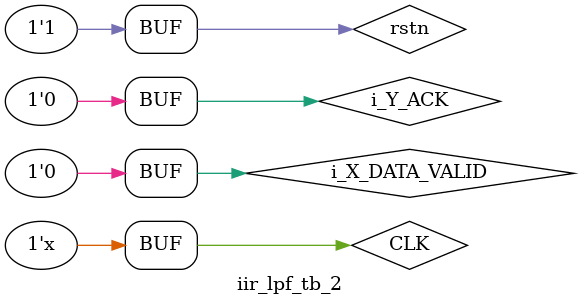
<source format=v>
`timescale 1ns/1ns
module iir_lpf_tb_2;


reg CLK, rstn;
reg i_X_DATA_VALID;

wire o_X_DATA_READY;
wire [31:0] o_Y_DATA;
wire o_Y_DATA_VALID;
reg i_Y_ACK;
iir_lpf  a(
	.i_X_DATA(32'h40000000), // input x (float)
	.i_X_DATA_VALID(i_X_DATA_VALID), //input x_data is valid
	.o_X_DATA_READY(o_X_DATA_READY), // iir_lpf busy
	.o_Y_DATA(o_Y_DATA), // output y (float)
	.o_Y_DATA_VALID(o_Y_DATA_VALID), // output data is valid
	.i_Y_ACK(i_Y_ACK), // A flag that external module get data, so, o_Y_DATA is going to meaningless
	// it can be used as elongating o_Y_DATA_VALID High (1)
	.i_CLK(CLK), // clock
	.i_RSTN(rstn) // reset activate Low(0)
	);
initial begin
CLK=0;
rstn=1;
i_Y_ACK=0;
#10 rstn=0;
#30 rstn=1;
#10 i_X_DATA_VALID=1;
#20 i_X_DATA_VALID=0;
end

always #10 CLK<=~CLK;

endmodule

</source>
